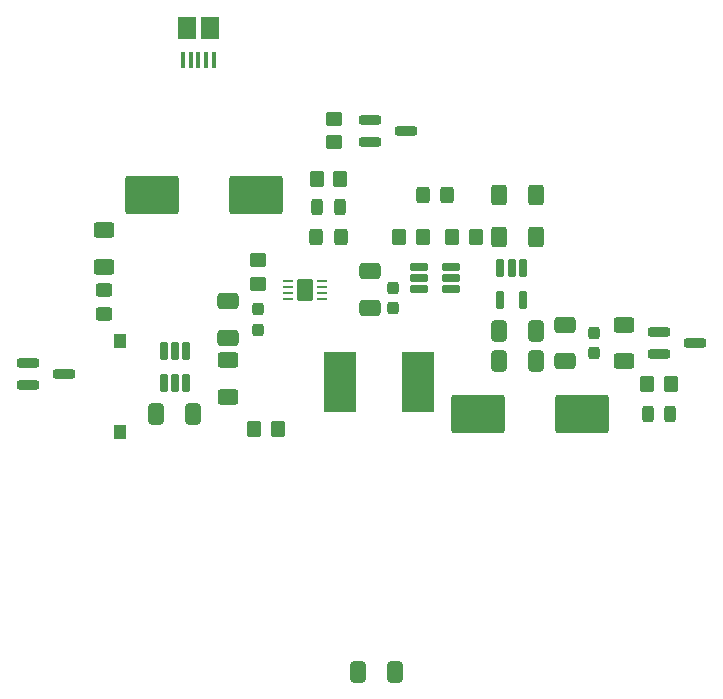
<source format=gtp>
G04 #@! TF.GenerationSoftware,KiCad,Pcbnew,8.0.5*
G04 #@! TF.CreationDate,2025-03-03T19:21:04-05:00*
G04 #@! TF.ProjectId,solar_power_manager,736f6c61-725f-4706-9f77-65725f6d616e,rev?*
G04 #@! TF.SameCoordinates,Original*
G04 #@! TF.FileFunction,Paste,Top*
G04 #@! TF.FilePolarity,Positive*
%FSLAX46Y46*%
G04 Gerber Fmt 4.6, Leading zero omitted, Abs format (unit mm)*
G04 Created by KiCad (PCBNEW 8.0.5) date 2025-03-03 19:21:04*
%MOMM*%
%LPD*%
G01*
G04 APERTURE LIST*
G04 Aperture macros list*
%AMRoundRect*
0 Rectangle with rounded corners*
0 $1 Rounding radius*
0 $2 $3 $4 $5 $6 $7 $8 $9 X,Y pos of 4 corners*
0 Add a 4 corners polygon primitive as box body*
4,1,4,$2,$3,$4,$5,$6,$7,$8,$9,$2,$3,0*
0 Add four circle primitives for the rounded corners*
1,1,$1+$1,$2,$3*
1,1,$1+$1,$4,$5*
1,1,$1+$1,$6,$7*
1,1,$1+$1,$8,$9*
0 Add four rect primitives between the rounded corners*
20,1,$1+$1,$2,$3,$4,$5,0*
20,1,$1+$1,$4,$5,$6,$7,0*
20,1,$1+$1,$6,$7,$8,$9,0*
20,1,$1+$1,$8,$9,$2,$3,0*%
G04 Aperture macros list end*
%ADD10RoundRect,0.250000X-2.000000X1.400000X-2.000000X-1.400000X2.000000X-1.400000X2.000000X1.400000X0*%
%ADD11RoundRect,0.237500X-0.237500X0.300000X-0.237500X-0.300000X0.237500X-0.300000X0.237500X0.300000X0*%
%ADD12RoundRect,0.250000X0.350000X0.450000X-0.350000X0.450000X-0.350000X-0.450000X0.350000X-0.450000X0*%
%ADD13RoundRect,0.250000X-0.412500X-0.650000X0.412500X-0.650000X0.412500X0.650000X-0.412500X0.650000X0*%
%ADD14RoundRect,0.250000X-0.325000X-0.450000X0.325000X-0.450000X0.325000X0.450000X-0.325000X0.450000X0*%
%ADD15RoundRect,0.243750X0.243750X0.456250X-0.243750X0.456250X-0.243750X-0.456250X0.243750X-0.456250X0*%
%ADD16RoundRect,0.250000X-0.650000X0.412500X-0.650000X-0.412500X0.650000X-0.412500X0.650000X0.412500X0*%
%ADD17RoundRect,0.250000X0.625000X-0.400000X0.625000X0.400000X-0.625000X0.400000X-0.625000X-0.400000X0*%
%ADD18RoundRect,0.250000X-0.435000X-0.715000X0.435000X-0.715000X0.435000X0.715000X-0.435000X0.715000X0*%
%ADD19RoundRect,0.050000X-0.362500X-0.050000X0.362500X-0.050000X0.362500X0.050000X-0.362500X0.050000X0*%
%ADD20RoundRect,0.250000X-0.450000X0.350000X-0.450000X-0.350000X0.450000X-0.350000X0.450000X0.350000X0*%
%ADD21RoundRect,0.250000X-0.400000X-0.625000X0.400000X-0.625000X0.400000X0.625000X-0.400000X0.625000X0*%
%ADD22RoundRect,0.250000X0.450000X-0.350000X0.450000X0.350000X-0.450000X0.350000X-0.450000X-0.350000X0*%
%ADD23RoundRect,0.162500X0.617500X0.162500X-0.617500X0.162500X-0.617500X-0.162500X0.617500X-0.162500X0*%
%ADD24RoundRect,0.200000X-0.750000X-0.200000X0.750000X-0.200000X0.750000X0.200000X-0.750000X0.200000X0*%
%ADD25RoundRect,0.250000X2.000000X-1.400000X2.000000X1.400000X-2.000000X1.400000X-2.000000X-1.400000X0*%
%ADD26RoundRect,0.237500X0.237500X-0.300000X0.237500X0.300000X-0.237500X0.300000X-0.237500X-0.300000X0*%
%ADD27RoundRect,0.250000X0.412500X0.650000X-0.412500X0.650000X-0.412500X-0.650000X0.412500X-0.650000X0*%
%ADD28RoundRect,0.243750X-0.243750X-0.456250X0.243750X-0.456250X0.243750X0.456250X-0.243750X0.456250X0*%
%ADD29R,2.794000X5.156200*%
%ADD30RoundRect,0.250000X0.450000X-0.325000X0.450000X0.325000X-0.450000X0.325000X-0.450000X-0.325000X0*%
%ADD31RoundRect,0.162500X-0.162500X0.617500X-0.162500X-0.617500X0.162500X-0.617500X0.162500X0.617500X0*%
%ADD32RoundRect,0.250000X0.650000X-0.412500X0.650000X0.412500X-0.650000X0.412500X-0.650000X-0.412500X0*%
%ADD33R,1.000000X1.250000*%
%ADD34RoundRect,0.250000X-0.350000X-0.450000X0.350000X-0.450000X0.350000X0.450000X-0.350000X0.450000X0*%
%ADD35RoundRect,0.250000X-0.625000X0.400000X-0.625000X-0.400000X0.625000X-0.400000X0.625000X0.400000X0*%
%ADD36R,0.400000X1.350000*%
%ADD37R,1.500000X1.900000*%
G04 APERTURE END LIST*
D10*
X189077500Y-81860000D03*
X180277500Y-81860000D03*
D11*
X190080000Y-74947500D03*
X190080000Y-76672500D03*
D12*
X175580000Y-66810000D03*
X173580000Y-66810000D03*
X196580000Y-79310000D03*
X194580000Y-79310000D03*
D13*
X182017500Y-74810000D03*
X185142500Y-74810000D03*
D14*
X175555000Y-63310000D03*
X177605000Y-63310000D03*
D15*
X196517500Y-81810000D03*
X194642500Y-81810000D03*
D16*
X171070000Y-69717500D03*
X171070000Y-72842500D03*
D17*
X148580000Y-69360000D03*
X148580000Y-66260000D03*
D18*
X165580000Y-71310000D03*
D19*
X164117500Y-70560000D03*
X164117500Y-71060000D03*
X164117500Y-71560000D03*
X164117500Y-72060000D03*
X167042500Y-72060000D03*
X167042500Y-71560000D03*
X167042500Y-71060000D03*
X167042500Y-70560000D03*
D20*
X161580000Y-68810000D03*
X161580000Y-70810000D03*
D13*
X182017500Y-77310000D03*
X185142500Y-77310000D03*
D21*
X182030000Y-63310000D03*
X185130000Y-63310000D03*
D22*
X168080000Y-58810000D03*
X168080000Y-56810000D03*
D17*
X159080000Y-80360000D03*
X159080000Y-77260000D03*
D12*
X163270000Y-83110000D03*
X161270000Y-83110000D03*
D14*
X166555000Y-66810000D03*
X168605000Y-66810000D03*
D23*
X177930000Y-71260000D03*
X177930000Y-70310000D03*
X177930000Y-69360000D03*
X175230000Y-69360000D03*
X175230000Y-70310000D03*
X175230000Y-71260000D03*
D24*
X171110000Y-56900000D03*
X171110000Y-58800000D03*
X174110000Y-57850000D03*
X195580000Y-74860000D03*
X195580000Y-76760000D03*
X198580000Y-75810000D03*
D13*
X170107500Y-103640000D03*
X173232500Y-103640000D03*
D25*
X152680000Y-63310000D03*
X161480000Y-63310000D03*
D21*
X182030000Y-66810000D03*
X185130000Y-66810000D03*
D26*
X161580000Y-74672500D03*
X161580000Y-72947500D03*
D27*
X156142500Y-81810000D03*
X153017500Y-81810000D03*
D12*
X180080000Y-66810000D03*
X178080000Y-66810000D03*
D28*
X166642500Y-64310000D03*
X168517500Y-64310000D03*
D29*
X168518000Y-79120000D03*
X175122000Y-79120000D03*
D30*
X148580000Y-73335000D03*
X148580000Y-71285000D03*
D11*
X173080000Y-71117500D03*
X173080000Y-72842500D03*
D31*
X184030000Y-69460000D03*
X183080000Y-69460000D03*
X182130000Y-69460000D03*
X182130000Y-72160000D03*
X184030000Y-72160000D03*
D32*
X159080000Y-75372500D03*
X159080000Y-72247500D03*
D33*
X149900000Y-83365000D03*
X149900000Y-75615000D03*
D34*
X166590000Y-61910000D03*
X168590000Y-61910000D03*
D35*
X192580000Y-74260000D03*
X192580000Y-77360000D03*
D16*
X187580000Y-74247500D03*
X187580000Y-77372500D03*
D24*
X142180000Y-77480000D03*
X142180000Y-79380000D03*
X145180000Y-78430000D03*
D31*
X155530000Y-76460000D03*
X154580000Y-76460000D03*
X153630000Y-76460000D03*
X153630000Y-79160000D03*
X154580000Y-79160000D03*
X155530000Y-79160000D03*
D36*
X157870000Y-51820000D03*
X157220000Y-51820000D03*
X156570000Y-51820000D03*
X155920000Y-51820000D03*
X155270000Y-51820000D03*
D37*
X157570000Y-49145000D03*
X155570000Y-49145000D03*
M02*

</source>
